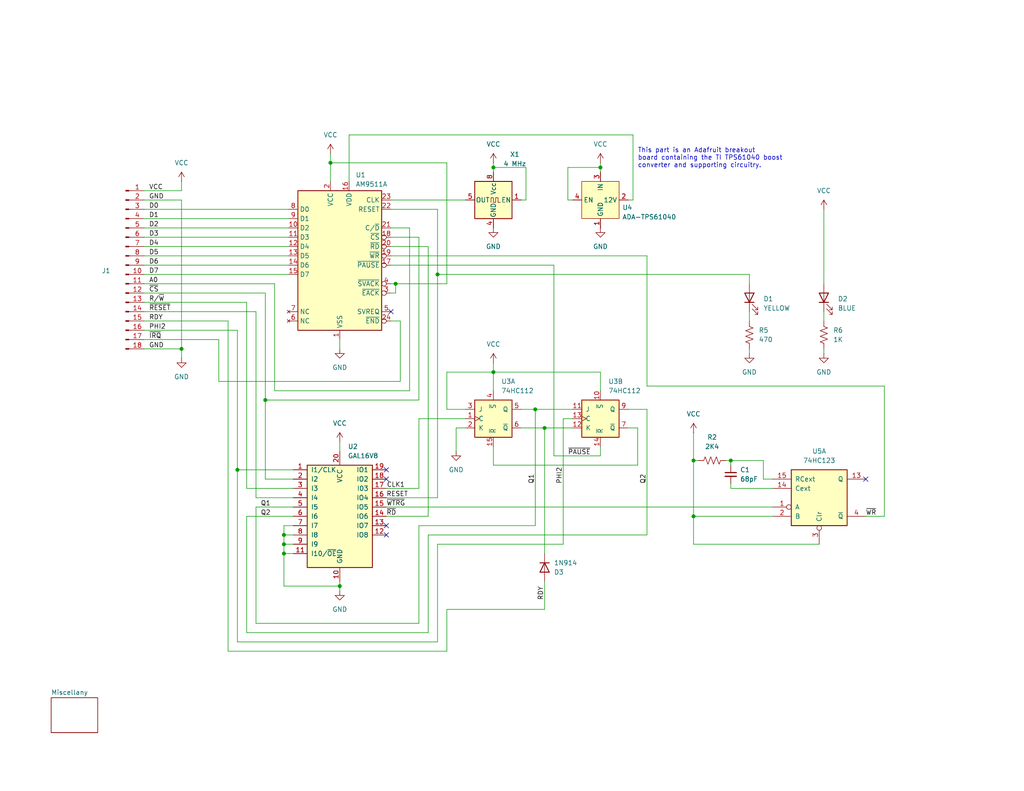
<source format=kicad_sch>
(kicad_sch (version 20250114) (generator "eeschema") (generator_version "9.0")
  (paper "USLetter")
  (title_block (title "AM9511 Interface for 65C09") (date "2024-12-31"))
  (lib_symbols
    (symbol "74xx:74HC123" (pin_names (offset 1.016))
      (property "Reference" "U" (at -7.62 8.89 0))
      (property "Value" "74HC123" (at -7.62 -8.89 0))
      (symbol "74HC123_1_0"
        (pin input line (at -12.7 5.08 0) (length 5.08) (name "RCext") (number "15"))
        (pin input line (at -12.7 2.54 0) (length 5.08) (name "Cext") (number "14"))
        (pin input inverted (at -12.7 -2.54 0) (length 5.08) (name "A") (number "1"))
        (pin input line (at -12.7 -5.08 0) (length 5.08) (name "B") (number "2"))
        (pin input inverted (at 0 -12.7 90) (length 5.08) (name "Clr") (number "3"))
        (pin output line (at 12.7 5.08 180) (length 5.08) (name "Q") (number "13"))
        (pin output line (at 12.7 -5.08 180) (length 5.08) (name "~{Q}") (number "4"))
      )
      (symbol "74HC123_1_1"
        (rectangle (start -7.62 7.62) (end 7.62 -7.62) (stroke (width 0.254)) (fill (type background)))
      )
      (symbol "74HC123_2_0"
        (pin input line (at -12.7 5.08 0) (length 5.08) (name "RCext") (number "7"))
        (pin input line (at -12.7 2.54 0) (length 5.08) (name "Cext") (number "6"))
        (pin input inverted (at -12.7 -2.54 0) (length 5.08) (name "A") (number "9"))
        (pin input line (at -12.7 -5.08 0) (length 5.08) (name "B") (number "10"))
        (pin input inverted (at 0 -12.7 90) (length 5.08) (name "Clr") (number "11"))
        (pin output line (at 12.7 5.08 180) (length 5.08) (name "Q") (number "5"))
        (pin output line (at 12.7 -5.08 180) (length 5.08) (name "~{Q}") (number "12"))
      )
      (symbol "74HC123_2_1"
        (rectangle (start -7.62 7.62) (end 7.62 -7.62) (stroke (width 0.254)) (fill (type background)))
      )
      (symbol "74HC123_3_0"
        (pin power_in line (at 0 12.7 270) (length 5.08) (name "VCC") (number "16"))
        (pin power_in line (at 0 -12.7 90) (length 5.08) (name "GND") (number "8"))
      )
      (symbol "74HC123_3_1"
        (rectangle (start -5.08 7.62) (end 5.08 -7.62) (stroke (width 0.254)) (fill (type background)))
      )
    )
    (symbol "Connector:Conn_01x18_Pin" (pin_names (offset 1.016) (hide yes))
      (property "Reference" "J" (at 0 22.86 0))
      (property "Value" "Conn_01x18_Pin" (at 0 -25.4 0))
      (symbol "Conn_01x18_Pin_1_1"
        (rectangle (start 0.8636 20.447) (end 0 20.193) (stroke (width 0.1524)) (fill (type outline)))
        (rectangle (start 0.8636 17.907) (end 0 17.653) (stroke (width 0.1524)) (fill (type outline)))
        (rectangle (start 0.8636 15.367) (end 0 15.113) (stroke (width 0.1524)) (fill (type outline)))
        (rectangle (start 0.8636 12.827) (end 0 12.573) (stroke (width 0.1524)) (fill (type outline)))
        (rectangle (start 0.8636 10.287) (end 0 10.033) (stroke (width 0.1524)) (fill (type outline)))
        (rectangle (start 0.8636 7.747) (end 0 7.493) (stroke (width 0.1524)) (fill (type outline)))
        (rectangle (start 0.8636 5.207) (end 0 4.953) (stroke (width 0.1524)) (fill (type outline)))
        (rectangle (start 0.8636 2.667) (end 0 2.413) (stroke (width 0.1524)) (fill (type outline)))
        (rectangle (start 0.8636 0.127) (end 0 -0.127) (stroke (width 0.1524)) (fill (type outline)))
        (rectangle (start 0.8636 -2.413) (end 0 -2.667) (stroke (width 0.1524)) (fill (type outline)))
        (rectangle (start 0.8636 -4.953) (end 0 -5.207) (stroke (width 0.1524)) (fill (type outline)))
        (rectangle (start 0.8636 -7.493) (end 0 -7.747) (stroke (width 0.1524)) (fill (type outline)))
        (rectangle (start 0.8636 -10.033) (end 0 -10.287) (stroke (width 0.1524)) (fill (type outline)))
        (rectangle (start 0.8636 -12.573) (end 0 -12.827) (stroke (width 0.1524)) (fill (type outline)))
        (rectangle (start 0.8636 -15.113) (end 0 -15.367) (stroke (width 0.1524)) (fill (type outline)))
        (rectangle (start 0.8636 -17.653) (end 0 -17.907) (stroke (width 0.1524)) (fill (type outline)))
        (rectangle (start 0.8636 -20.193) (end 0 -20.447) (stroke (width 0.1524)) (fill (type outline)))
        (rectangle (start 0.8636 -22.733) (end 0 -22.987) (stroke (width 0.1524)) (fill (type outline)))
        (polyline (pts (xy 1.27 20.32) (xy 0.8636 20.32)) (stroke (width 0.1524)))
        (polyline (pts (xy 1.27 17.78) (xy 0.8636 17.78)) (stroke (width 0.1524)))
        (polyline (pts (xy 1.27 15.24) (xy 0.8636 15.24)) (stroke (width 0.1524)))
        (polyline (pts (xy 1.27 12.7) (xy 0.8636 12.7)) (stroke (width 0.1524)))
        (polyline (pts (xy 1.27 10.16) (xy 0.8636 10.16)) (stroke (width 0.1524)))
        (polyline (pts (xy 1.27 7.62) (xy 0.8636 7.62)) (stroke (width 0.1524)))
        (polyline (pts (xy 1.27 5.08) (xy 0.8636 5.08)) (stroke (width 0.1524)))
        (polyline (pts (xy 1.27 2.54) (xy 0.8636 2.54)) (stroke (width 0.1524)))
        (polyline (pts (xy 1.27 0) (xy 0.8636 0)) (stroke (width 0.1524)))
        (polyline (pts (xy 1.27 -2.54) (xy 0.8636 -2.54)) (stroke (width 0.1524)))
        (polyline (pts (xy 1.27 -5.08) (xy 0.8636 -5.08)) (stroke (width 0.1524)))
        (polyline (pts (xy 1.27 -7.62) (xy 0.8636 -7.62)) (stroke (width 0.1524)))
        (polyline (pts (xy 1.27 -10.16) (xy 0.8636 -10.16)) (stroke (width 0.1524)))
        (polyline (pts (xy 1.27 -12.7) (xy 0.8636 -12.7)) (stroke (width 0.1524)))
        (polyline (pts (xy 1.27 -15.24) (xy 0.8636 -15.24)) (stroke (width 0.1524)))
        (polyline (pts (xy 1.27 -17.78) (xy 0.8636 -17.78)) (stroke (width 0.1524)))
        (polyline (pts (xy 1.27 -20.32) (xy 0.8636 -20.32)) (stroke (width 0.1524)))
        (polyline (pts (xy 1.27 -22.86) (xy 0.8636 -22.86)) (stroke (width 0.1524)))
        (pin passive line (at 5.08 20.32 180) (length 3.81) (name "Pin_1") (number "1"))
        (pin passive line (at 5.08 17.78 180) (length 3.81) (name "Pin_2") (number "2"))
        (pin passive line (at 5.08 15.24 180) (length 3.81) (name "Pin_3") (number "3"))
        (pin passive line (at 5.08 12.7 180) (length 3.81) (name "Pin_4") (number "4"))
        (pin passive line (at 5.08 10.16 180) (length 3.81) (name "Pin_5") (number "5"))
        (pin passive line (at 5.08 7.62 180) (length 3.81) (name "Pin_6") (number "6"))
        (pin passive line (at 5.08 5.08 180) (length 3.81) (name "Pin_7") (number "7"))
        (pin passive line (at 5.08 2.54 180) (length 3.81) (name "Pin_8") (number "8"))
        (pin passive line (at 5.08 0 180) (length 3.81) (name "Pin_9") (number "9"))
        (pin passive line (at 5.08 -2.54 180) (length 3.81) (name "Pin_10") (number "10"))
        (pin passive line (at 5.08 -5.08 180) (length 3.81) (name "Pin_11") (number "11"))
        (pin passive line (at 5.08 -7.62 180) (length 3.81) (name "Pin_12") (number "12"))
        (pin passive line (at 5.08 -10.16 180) (length 3.81) (name "Pin_13") (number "13"))
        (pin passive line (at 5.08 -12.7 180) (length 3.81) (name "Pin_14") (number "14"))
        (pin passive line (at 5.08 -15.24 180) (length 3.81) (name "Pin_15") (number "15"))
        (pin passive line (at 5.08 -17.78 180) (length 3.81) (name "Pin_16") (number "16"))
        (pin passive line (at 5.08 -20.32 180) (length 3.81) (name "Pin_17") (number "17"))
        (pin passive line (at 5.08 -22.86 180) (length 3.81) (name "Pin_18") (number "18"))
      )
    )
    (symbol "Device:C_Small" (pin_numbers (hide yes)) (pin_names (offset 0.254) (hide yes))
      (property "Reference" "C" (at 0.254 1.778 0))
      (property "Value" "C_Small" (at 0.254 -2.032 0))
      (symbol "C_Small_0_1"
        (polyline (pts (xy -1.524 0.508) (xy 1.524 0.508)) (stroke (width 0.3048)))
        (polyline (pts (xy -1.524 -0.508) (xy 1.524 -0.508)) (stroke (width 0.3302)))
      )
      (symbol "C_Small_1_1"
        (pin passive line (at 0 2.54 270) (length 2.032) (name "~") (number "1"))
        (pin passive line (at 0 -2.54 90) (length 2.032) (name "~") (number "2"))
      )
    )
    (symbol "Device:LED" (pin_numbers (hide yes)) (pin_names (offset 1.016) (hide yes))
      (property "Reference" "D" (at 0 2.54 0))
      (property "Value" "LED" (at 0 -2.54 0))
      (symbol "LED_0_1"
        (polyline (pts (xy -3.048 -0.762) (xy -4.572 -2.286) (xy -3.81 -2.286) (xy -4.572 -2.286) (xy -4.572 -1.524)))
        (polyline (pts (xy -1.778 -0.762) (xy -3.302 -2.286) (xy -2.54 -2.286) (xy -3.302 -2.286) (xy -3.302 -1.524)))
        (polyline (pts (xy -1.27 0) (xy 1.27 0)))
        (polyline (pts (xy -1.27 -1.27) (xy -1.27 1.27)) (stroke (width 0.254)))
        (polyline (pts (xy 1.27 -1.27) (xy 1.27 1.27) (xy -1.27 0) (xy 1.27 -1.27)) (stroke (width 0.254)))
      )
      (symbol "LED_1_1"
        (pin passive line (at -3.81 0 0) (length 2.54) (name "K") (number "1"))
        (pin passive line (at 3.81 0 180) (length 2.54) (name "A") (number "2"))
      )
    )
    (symbol "Device:R_US" (pin_numbers (hide yes)) (pin_names (offset 0))
      (property "Reference" "R" (at 2.54 0 90))
      (property "Value" "R_US" (at -2.54 0 90))
      (symbol "R_US_0_1"
        (polyline (pts (xy 0 2.286) (xy 0 2.54)))
        (polyline (pts (xy 0 2.286) (xy 1.016 1.905) (xy 0 1.524) (xy -1.016 1.143) (xy 0 0.762)))
        (polyline (pts (xy 0 0.762) (xy 1.016 0.381) (xy 0 0) (xy -1.016 -0.381) (xy 0 -0.762)))
        (polyline (pts (xy 0 -0.762) (xy 1.016 -1.143) (xy 0 -1.524) (xy -1.016 -1.905) (xy 0 -2.286)))
        (polyline (pts (xy 0 -2.286) (xy 0 -2.54)))
      )
      (symbol "R_US_1_1"
        (pin passive line (at 0 3.81 270) (length 1.27) (name "~") (number "1"))
        (pin passive line (at 0 -3.81 90) (length 1.27) (name "~") (number "2"))
      )
    )
    (symbol "Diode:1N914" (pin_numbers (hide yes)) (pin_names (hide yes))
      (property "Reference" "D" (at 0 2.54 0))
      (property "Value" "1N914" (at 0 -2.54 0))
      (symbol "1N914_0_1"
        (polyline (pts (xy -1.27 1.27) (xy -1.27 -1.27)) (stroke (width 0.254)))
        (polyline (pts (xy 1.27 1.27) (xy 1.27 -1.27) (xy -1.27 0) (xy 1.27 1.27)) (stroke (width 0.254)))
        (polyline (pts (xy 1.27 0) (xy -1.27 0)))
      )
      (symbol "1N914_1_1"
        (pin passive line (at -3.81 0 0) (length 2.54) (name "K") (number "1"))
        (pin passive line (at 3.81 0 180) (length 2.54) (name "A") (number "2"))
      )
    )
    (symbol "Logic_Programmable:GAL16V8" (pin_names (offset 1.016))
      (property "Reference" "U" (at -8.89 16.51 0))
      (property "Value" "GAL16V8" (at 1.27 16.51 0))
      (symbol "GAL16V8_0_0"
        (pin power_in line (at 0 17.78 270) (length 3.81) (name "VCC") (number "20"))
        (pin power_in line (at 0 -17.78 90) (length 3.81) (name "GND") (number "10"))
      )
      (symbol "GAL16V8_0_1"
        (rectangle (start -8.89 13.97) (end 8.89 -13.97) (stroke (width 0.254)) (fill (type background)))
      )
      (symbol "GAL16V8_1_1"
        (pin input line (at -12.7 12.7 0) (length 3.81) (name "I1/CLK") (number "1"))
        (pin input line (at -12.7 10.16 0) (length 3.81) (name "I2") (number "2"))
        (pin input line (at -12.7 7.62 0) (length 3.81) (name "I3") (number "3"))
        (pin input line (at -12.7 5.08 0) (length 3.81) (name "I4") (number "4"))
        (pin input line (at -12.7 2.54 0) (length 3.81) (name "I5") (number "5"))
        (pin input line (at -12.7 0 0) (length 3.81) (name "I6") (number "6"))
        (pin input line (at -12.7 -2.54 0) (length 3.81) (name "I7") (number "7"))
        (pin input line (at -12.7 -5.08 0) (length 3.81) (name "I8") (number "8"))
        (pin input line (at -12.7 -7.62 0) (length 3.81) (name "I9") (number "9"))
        (pin input line (at -12.7 -10.16 0) (length 3.81) (name "I10/~{OE}") (number "11"))
        (pin tri_state line (at 12.7 12.7 180) (length 3.81) (name "IO1") (number "19"))
        (pin tri_state line (at 12.7 10.16 180) (length 3.81) (name "IO2") (number "18"))
        (pin tri_state line (at 12.7 7.62 180) (length 3.81) (name "I03") (number "17"))
        (pin tri_state line (at 12.7 5.08 180) (length 3.81) (name "IO4") (number "16"))
        (pin tri_state line (at 12.7 2.54 180) (length 3.81) (name "IO5") (number "15"))
        (pin tri_state line (at 12.7 0 180) (length 3.81) (name "IO6") (number "14"))
        (pin tri_state line (at 12.7 -2.54 180) (length 3.81) (name "IO7") (number "13"))
        (pin tri_state line (at 12.7 -5.08 180) (length 3.81) (name "IO8") (number "12"))
      )
    )
    (symbol "Oscillator:CXO_DIP8" (pin_names (offset 0.254))
      (property "Reference" "Y" (at -5.08 6.35 0))
      (property "Value" "CXO_DIP8" (at 1.27 -6.35 0))
      (symbol "CXO_DIP8_0_1"
        (rectangle (start -5.08 5.08) (end 5.08 -5.08) (stroke (width 0.254)) (fill (type background)))
        (polyline (pts (xy -1.905 -0.635) (xy -1.27 -0.635) (xy -1.27 0.635) (xy -0.635 0.635) (xy -0.635 -0.635) (xy 0 -0.635) (xy 0 0.635) (xy 0.635 0.635) (xy 0.635 -0.635)))
      )
      (symbol "CXO_DIP8_1_1"
        (pin input line (at -7.62 0 0) (length 2.54) (name "EN") (number "1"))
        (pin power_in line (at 0 7.62 270) (length 2.54) (name "Vcc") (number "8"))
        (pin power_in line (at 0 -7.62 90) (length 2.54) (name "GND") (number "4"))
        (pin output line (at 7.62 0 180) (length 2.54) (name "OUT") (number "5"))
      )
    )
    (symbol "local:74HC112" (pin_names (offset 1.016))
      (property "Reference" "U" (at -7.62 8.89 0))
      (property "Value" "74HC112" (at -7.62 -8.89 0))
      (symbol "74HC112_1_0"
        (pin input line (at -7.62 2.54 0) (length 2.54) (name "J") (number "3"))
        (pin input clock (at -7.62 0 0) (length 2.54) (name "C") (number "1"))
        (pin input line (at -7.62 -2.54 0) (length 2.54) (name "K") (number "2"))
        (pin input line (at 0 7.62 270) (length 2.54) (name "~{S}") (number "4"))
        (pin input line (at 0 -7.62 90) (length 2.54) (name "~{R}") (number "15"))
        (pin output line (at 7.62 2.54 180) (length 2.54) (name "Q") (number "5"))
        (pin output line (at 7.62 -2.54 180) (length 2.54) (name "~{Q}") (number "6"))
      )
      (symbol "74HC112_1_1"
        (rectangle (start -5.08 5.08) (end 5.08 -5.08) (stroke (width 0.254)) (fill (type background)))
      )
      (symbol "74HC112_2_0"
        (pin input line (at -7.62 2.54 0) (length 2.54) (name "J") (number "11"))
        (pin input clock (at -7.62 0 0) (length 2.54) (name "C") (number "13"))
        (pin input line (at -7.62 -2.54 0) (length 2.54) (name "K") (number "12"))
        (pin input line (at 0 7.62 270) (length 2.54) (name "~{S}") (number "10"))
        (pin input line (at 0 -7.62 90) (length 2.54) (name "~{R}") (number "14"))
        (pin output line (at 7.62 2.54 180) (length 2.54) (name "Q") (number "9"))
        (pin output line (at 7.62 -2.54 180) (length 2.54) (name "~{Q}") (number "7"))
      )
      (symbol "74HC112_2_1"
        (rectangle (start -5.08 5.08) (end 5.08 -5.08) (stroke (width 0.254)) (fill (type background)))
      )
      (symbol "74HC112_3_0"
        (pin power_in line (at 0 10.16 270) (length 2.54) (name "VCC") (number "16"))
        (pin power_in line (at 0 -10.16 90) (length 2.54) (name "GND") (number "8"))
      )
      (symbol "74HC112_3_1"
        (rectangle (start -5.08 7.62) (end 5.08 -7.62) (stroke (width 0.254)) (fill (type background)))
      )
    )
    (symbol "local:ADA-TPS61040"
      (property "Reference" "U" (at 1.778 8.636 0))
      (property "Value" "ADA-TPS61040" (at 8.382 6.604 0))
      (symbol "ADA-TPS61040_0_0"
        (pin input line (at -7.62 0 0) (length 2.54) (name "EN") (number "4"))
        (pin power_in line (at 0 7.62 270) (length 2.54) (name "IN") (number "3"))
        (pin power_in line (at 0 -7.62 90) (length 2.54) (name "GND") (number "1"))
        (pin power_out line (at 7.62 0 180) (length 2.54) (name "12V") (number "2"))
      )
      (symbol "ADA-TPS61040_0_1"
        (rectangle (start -5.08 5.08) (end 5.08 -5.08) (fill (type background)))
      )
    )
    (symbol "local:AM9511"
      (property "Reference" "U" (at -7.62 20.32 0))
      (property "Value" "AM9511" (at 4.572 20.574 0))
      (symbol "AM9511_1_1"
        (rectangle (start -11.43 19.05) (end 11.43 -19.05) (stroke (width 0.254)) (fill (type background)))
        (pin tri_state line (at -13.97 13.97 0) (length 2.54) (name "D0") (number "8"))
        (pin tri_state line (at -13.97 11.43 0) (length 2.54) (name "D1") (number "9"))
        (pin tri_state line (at -13.97 8.89 0) (length 2.54) (name "D2") (number "10"))
        (pin tri_state line (at -13.97 6.35 0) (length 2.54) (name "D3") (number "11"))
        (pin tri_state line (at -13.97 3.81 0) (length 2.54) (name "D4") (number "12"))
        (pin tri_state line (at -13.97 1.27 0) (length 2.54) (name "D5") (number "13"))
        (pin tri_state line (at -13.97 -1.27 0) (length 2.54) (name "D6") (number "14"))
        (pin tri_state line (at -13.97 -3.81 0) (length 2.54) (name "D7") (number "15"))
        (pin no_connect line (at -13.97 -13.97 0) (length 2.54) (name "NC") (number "7"))
        (pin no_connect line (at -13.97 -16.51 0) (length 2.54) (name "NC") (number "6"))
        (pin power_in line (at -2.54 21.59 270) (length 2.54) (name "VCC") (number "2"))
        (pin power_in line (at 0 -21.59 90) (length 2.54) (name "VSS") (number "1"))
        (pin power_in line (at 2.54 21.59 270) (length 2.54) (name "VDD") (number "16"))
        (pin input line (at 13.97 16.51 180) (length 2.54) (name "CLK") (number "23"))
        (pin input line (at 13.97 13.97 180) (length 2.54) (name "RESET") (number "22"))
        (pin input line (at 13.97 8.89 180) (length 2.54) (name "C/~{D}") (number "21"))
        (pin input inverted (at 13.97 6.35 180) (length 2.54) (name "~{CS}") (number "18"))
        (pin input inverted (at 13.97 3.81 180) (length 2.54) (name "~{RD}") (number "20"))
        (pin input inverted (at 13.97 1.27 180) (length 2.54) (name "~{WR}") (number "19"))
        (pin output inverted (at 13.97 -1.27 180) (length 2.54) (name "~{PAUSE}") (number "17"))
        (pin input inverted (at 13.97 -6.35 180) (length 2.54) (name "~{SVACK}") (number "4"))
        (pin input inverted (at 13.97 -8.89 180) (length 2.54) (name "~{EACK}") (number "3"))
        (pin output line (at 13.97 -13.97 180) (length 2.54) (name "SVREQ") (number "5"))
        (pin output inverted (at 13.97 -16.51 180) (length 2.54) (name "~{END}") (number "24"))
      )
    )
    (symbol "power:GND" (power) (pin_numbers (hide yes)) (pin_names (offset 0) (hide yes))
      (property "Value" "GND" (at 0 -3.81 0))
      (symbol "GND_0_1"
        (polyline (pts (xy 0 0) (xy 0 -1.27) (xy 1.27 -1.27) (xy 0 -2.54) (xy -1.27 -1.27) (xy 0 -1.27)))
      )
      (symbol "GND_1_1"
        (pin power_in line (at 0 0 270) (length 0) (name "~") (number "1"))
      )
    )
    (symbol "power:VCC" (power) (pin_numbers (hide yes)) (pin_names (offset 0) (hide yes))
      (property "Value" "VCC" (at 0 3.556 0))
      (symbol "VCC_0_1"
        (polyline (pts (xy -0.762 1.27) (xy 0 2.54)))
        (polyline (pts (xy 0 2.54) (xy 0.762 1.27)))
        (polyline (pts (xy 0 0) (xy 0 2.54)))
      )
      (symbol "VCC_1_1"
        (pin power_in line (at 0 0 90) (length 0) (name "~") (number "1"))
      )
    )
  )
  (text "This part is an Adafruit breakout \nboard containing the TI TPS61040 boost \nconverter and supporting circuitry." (at 173.99 43.18 0) (effects (font (size 1.27 1.27)) (justify left)))
  (junction (at 107.95 77.47))
  (junction (at 148.59 116.84))
  (junction (at 134.62 101.6))
  (junction (at 199.39 125.73))
  (junction (at 92.71 160.02))
  (junction (at 77.47 146.05))
  (junction (at 119.38 74.93))
  (junction (at 146.05 111.76))
  (junction (at 77.47 151.13))
  (junction (at 77.47 148.59))
  (junction (at 49.53 95.25))
  (junction (at 189.23 125.73))
  (junction (at 64.77 128.27))
  (junction (at 90.17 44.45))
  (junction (at 163.83 45.72))
  (junction (at 189.23 140.97))
  (junction (at 134.62 45.72))
  (junction (at 72.39 109.22))
  (no_connect (at 105.41 143.51))
  (no_connect (at 236.22 130.81))
  (no_connect (at 105.41 146.05))
  (no_connect (at 105.41 130.81))
  (no_connect (at 105.41 128.27))
  (no_connect (at 106.68 85.09))
  (wire (pts (xy 64.77 90.17) (xy 64.77 128.27)))
  (wire (pts (xy 106.68 62.23) (xy 111.76 62.23)))
  (wire (pts (xy 163.83 44.45) (xy 163.83 45.72)))
  (wire (pts (xy 39.37 74.93) (xy 78.74 74.93)))
  (wire (pts (xy 119.38 74.93) (xy 119.38 135.89)))
  (wire (pts (xy 204.47 95.25) (xy 204.47 96.52)))
  (wire (pts (xy 72.39 109.22) (xy 72.39 130.81)))
  (wire (pts (xy 171.45 116.84) (xy 173.99 116.84)))
  (wire (pts (xy 199.39 125.73) (xy 208.28 125.73)))
  (wire (pts (xy 163.83 101.6) (xy 163.83 106.68)))
  (wire (pts (xy 39.37 64.77) (xy 78.74 64.77)))
  (wire (pts (xy 189.23 140.97) (xy 189.23 148.59)))
  (wire (pts (xy 154.94 45.72) (xy 154.94 54.61)))
  (wire (pts (xy 142.24 111.76) (xy 146.05 111.76)))
  (wire (pts (xy 39.37 85.09) (xy 69.85 85.09)))
  (wire (pts (xy 114.3 170.18) (xy 114.3 143.51)))
  (wire (pts (xy 72.39 109.22) (xy 72.39 80.01)))
  (wire (pts (xy 121.92 77.47) (xy 121.92 44.45)))
  (wire (pts (xy 148.59 116.84) (xy 156.21 116.84)))
  (wire (pts (xy 64.77 128.27) (xy 80.01 128.27)))
  (wire (pts (xy 124.46 116.84) (xy 124.46 123.19)))
  (wire (pts (xy 114.3 133.35) (xy 114.3 114.3)))
  (wire (pts (xy 105.41 138.43) (xy 210.82 138.43)))
  (wire (pts (xy 49.53 52.07) (xy 39.37 52.07)))
  (wire (pts (xy 59.69 104.14) (xy 109.22 104.14)))
  (wire (pts (xy 151.13 124.46) (xy 151.13 72.39)))
  (wire (pts (xy 39.37 80.01) (xy 72.39 80.01)))
  (wire (pts (xy 189.23 125.73) (xy 189.23 140.97)))
  (wire (pts (xy 74.93 106.68) (xy 111.76 106.68)))
  (wire (pts (xy 106.68 64.77) (xy 114.3 64.77)))
  (wire (pts (xy 119.38 74.93) (xy 204.47 74.93)))
  (wire (pts (xy 119.38 148.59) (xy 153.67 148.59)))
  (wire (pts (xy 106.68 77.47) (xy 107.95 77.47)))
  (wire (pts (xy 204.47 85.09) (xy 204.47 87.63)))
  (wire (pts (xy 39.37 82.55) (xy 67.31 82.55)))
  (wire (pts (xy 77.47 151.13) (xy 77.47 160.02)))
  (wire (pts (xy 198.12 125.73) (xy 199.39 125.73)))
  (wire (pts (xy 92.71 120.65) (xy 92.71 123.19)))
  (wire (pts (xy 199.39 133.35) (xy 210.82 133.35)))
  (wire (pts (xy 49.53 95.25) (xy 49.53 97.79)))
  (wire (pts (xy 189.23 125.73) (xy 190.5 125.73)))
  (wire (pts (xy 69.85 85.09) (xy 69.85 135.89)))
  (wire (pts (xy 163.83 45.72) (xy 154.94 45.72)))
  (wire (pts (xy 106.68 54.61) (xy 127 54.61)))
  (wire (pts (xy 114.3 170.18) (xy 69.85 170.18)))
  (wire (pts (xy 80.01 151.13) (xy 77.47 151.13)))
  (wire (pts (xy 92.71 92.71) (xy 92.71 95.25)))
  (wire (pts (xy 67.31 133.35) (xy 80.01 133.35)))
  (wire (pts (xy 146.05 111.76) (xy 156.21 111.76)))
  (wire (pts (xy 39.37 92.71) (xy 59.69 92.71)))
  (wire (pts (xy 69.85 138.43) (xy 80.01 138.43)))
  (wire (pts (xy 69.85 138.43) (xy 69.85 170.18)))
  (wire (pts (xy 92.71 158.75) (xy 92.71 160.02)))
  (wire (pts (xy 67.31 82.55) (xy 67.31 133.35)))
  (wire (pts (xy 241.3 105.41) (xy 176.53 105.41)))
  (wire (pts (xy 121.92 101.6) (xy 134.62 101.6)))
  (wire (pts (xy 148.59 158.75) (xy 148.59 166.37)))
  (wire (pts (xy 114.3 114.3) (xy 127 114.3)))
  (wire (pts (xy 106.68 72.39) (xy 151.13 72.39)))
  (wire (pts (xy 241.3 140.97) (xy 241.3 105.41)))
  (wire (pts (xy 119.38 148.59) (xy 119.38 175.26)))
  (wire (pts (xy 119.38 57.15) (xy 119.38 74.93)))
  (wire (pts (xy 106.68 87.63) (xy 109.22 87.63)))
  (wire (pts (xy 105.41 133.35) (xy 114.3 133.35)))
  (wire (pts (xy 109.22 87.63) (xy 109.22 104.14)))
  (wire (pts (xy 39.37 77.47) (xy 74.93 77.47)))
  (wire (pts (xy 156.21 114.3) (xy 153.67 114.3)))
  (wire (pts (xy 59.69 92.71) (xy 59.69 104.14)))
  (wire (pts (xy 39.37 57.15) (xy 78.74 57.15)))
  (wire (pts (xy 142.24 116.84) (xy 148.59 116.84)))
  (wire (pts (xy 236.22 140.97) (xy 241.3 140.97)))
  (wire (pts (xy 134.62 101.6) (xy 163.83 101.6)))
  (wire (pts (xy 49.53 49.53) (xy 49.53 52.07)))
  (wire (pts (xy 153.67 114.3) (xy 153.67 148.59)))
  (wire (pts (xy 189.23 148.59) (xy 223.52 148.59)))
  (wire (pts (xy 151.13 124.46) (xy 163.83 124.46)))
  (wire (pts (xy 127 111.76) (xy 121.92 111.76)))
  (wire (pts (xy 171.45 111.76) (xy 176.53 111.76)))
  (wire (pts (xy 111.76 62.23) (xy 111.76 106.68)))
  (wire (pts (xy 154.94 54.61) (xy 156.21 54.61)))
  (wire (pts (xy 39.37 62.23) (xy 78.74 62.23)))
  (wire (pts (xy 127 116.84) (xy 124.46 116.84)))
  (wire (pts (xy 39.37 87.63) (xy 62.23 87.63)))
  (wire (pts (xy 134.62 44.45) (xy 134.62 45.72)))
  (wire (pts (xy 69.85 135.89) (xy 80.01 135.89)))
  (wire (pts (xy 107.95 80.01) (xy 107.95 77.47)))
  (wire (pts (xy 107.95 77.47) (xy 121.92 77.47)))
  (wire (pts (xy 106.68 80.01) (xy 107.95 80.01)))
  (wire (pts (xy 92.71 161.29) (xy 92.71 160.02)))
  (wire (pts (xy 116.84 172.72) (xy 67.31 172.72)))
  (wire (pts (xy 121.92 44.45) (xy 90.17 44.45)))
  (wire (pts (xy 171.45 54.61) (xy 172.72 54.61)))
  (wire (pts (xy 77.47 146.05) (xy 80.01 146.05)))
  (wire (pts (xy 64.77 128.27) (xy 64.77 175.26)))
  (wire (pts (xy 39.37 69.85) (xy 78.74 69.85)))
  (wire (pts (xy 146.05 111.76) (xy 146.05 143.51)))
  (wire (pts (xy 80.01 130.81) (xy 72.39 130.81)))
  (wire (pts (xy 134.62 99.06) (xy 134.62 101.6)))
  (wire (pts (xy 121.92 111.76) (xy 121.92 101.6)))
  (wire (pts (xy 106.68 57.15) (xy 119.38 57.15)))
  (wire (pts (xy 39.37 95.25) (xy 49.53 95.25)))
  (wire (pts (xy 173.99 127) (xy 134.62 127)))
  (wire (pts (xy 116.84 172.72) (xy 116.84 146.05)))
  (wire (pts (xy 95.25 36.83) (xy 172.72 36.83)))
  (wire (pts (xy 114.3 64.77) (xy 114.3 109.22)))
  (wire (pts (xy 173.99 116.84) (xy 173.99 127)))
  (wire (pts (xy 105.41 140.97) (xy 116.84 140.97)))
  (wire (pts (xy 148.59 166.37) (xy 121.92 166.37)))
  (wire (pts (xy 224.79 57.15) (xy 224.79 77.47)))
  (wire (pts (xy 176.53 69.85) (xy 176.53 105.41)))
  (wire (pts (xy 90.17 44.45) (xy 90.17 49.53)))
  (wire (pts (xy 77.47 160.02) (xy 92.71 160.02)))
  (wire (pts (xy 189.23 140.97) (xy 210.82 140.97)))
  (wire (pts (xy 224.79 95.25) (xy 224.79 96.52)))
  (wire (pts (xy 77.47 148.59) (xy 80.01 148.59)))
  (wire (pts (xy 163.83 124.46) (xy 163.83 121.92)))
  (wire (pts (xy 39.37 90.17) (xy 64.77 90.17)))
  (wire (pts (xy 199.39 133.35) (xy 199.39 132.08)))
  (wire (pts (xy 189.23 118.11) (xy 189.23 125.73)))
  (wire (pts (xy 49.53 54.61) (xy 49.53 95.25)))
  (wire (pts (xy 64.77 175.26) (xy 119.38 175.26)))
  (wire (pts (xy 208.28 130.81) (xy 210.82 130.81)))
  (wire (pts (xy 39.37 67.31) (xy 78.74 67.31)))
  (wire (pts (xy 77.47 146.05) (xy 77.47 148.59)))
  (wire (pts (xy 74.93 106.68) (xy 74.93 77.47)))
  (wire (pts (xy 67.31 140.97) (xy 80.01 140.97)))
  (wire (pts (xy 143.51 45.72) (xy 143.51 54.61)))
  (wire (pts (xy 39.37 54.61) (xy 49.53 54.61)))
  (wire (pts (xy 143.51 54.61) (xy 142.24 54.61)))
  (wire (pts (xy 148.59 116.84) (xy 148.59 151.13)))
  (wire (pts (xy 106.68 69.85) (xy 176.53 69.85)))
  (wire (pts (xy 208.28 130.81) (xy 208.28 125.73)))
  (wire (pts (xy 106.68 67.31) (xy 116.84 67.31)))
  (wire (pts (xy 116.84 146.05) (xy 176.53 146.05)))
  (wire (pts (xy 121.92 177.8) (xy 62.23 177.8)))
  (wire (pts (xy 90.17 41.91) (xy 90.17 44.45)))
  (wire (pts (xy 134.62 101.6) (xy 134.62 106.68)))
  (wire (pts (xy 172.72 54.61) (xy 172.72 36.83)))
  (wire (pts (xy 134.62 45.72) (xy 134.62 46.99)))
  (wire (pts (xy 204.47 74.93) (xy 204.47 77.47)))
  (wire (pts (xy 134.62 45.72) (xy 143.51 45.72)))
  (wire (pts (xy 114.3 143.51) (xy 146.05 143.51)))
  (wire (pts (xy 39.37 72.39) (xy 78.74 72.39)))
  (wire (pts (xy 121.92 166.37) (xy 121.92 177.8)))
  (wire (pts (xy 176.53 111.76) (xy 176.53 146.05)))
  (wire (pts (xy 67.31 140.97) (xy 67.31 172.72)))
  (wire (pts (xy 105.41 135.89) (xy 119.38 135.89)))
  (wire (pts (xy 114.3 109.22) (xy 72.39 109.22)))
  (wire (pts (xy 134.62 127) (xy 134.62 121.92)))
  (wire (pts (xy 199.39 125.73) (xy 199.39 127)))
  (wire (pts (xy 39.37 59.69) (xy 78.74 59.69)))
  (wire (pts (xy 80.01 143.51) (xy 77.47 143.51)))
  (wire (pts (xy 163.83 45.72) (xy 163.83 46.99)))
  (wire (pts (xy 95.25 36.83) (xy 95.25 49.53)))
  (wire (pts (xy 224.79 85.09) (xy 224.79 87.63)))
  (wire (pts (xy 77.47 143.51) (xy 77.47 146.05)))
  (wire (pts (xy 77.47 148.59) (xy 77.47 151.13)))
  (wire (pts (xy 62.23 87.63) (xy 62.23 177.8)))
  (wire (pts (xy 116.84 140.97) (xy 116.84 67.31)))
  (label "D7" (at 40.64 74.93 0))
  (label "Q1" (at 71.12 138.43 0))
  (label "RDY" (at 148.59 163.83 90))
  (label "~{PAUSE}" (at 154.94 124.46 0))
  (label "~{RD}" (at 105.41 140.97 0))
  (label "D0" (at 40.64 57.15 0))
  (label "~{WTRG}" (at 105.41 138.43 0))
  (label "Q2" (at 71.12 140.97 0))
  (label "~{IRQ}" (at 40.64 92.71 0))
  (label "~{RESET}" (at 40.64 85.09 0))
  (label "RDY" (at 40.64 87.63 0))
  (label "PHI2" (at 153.67 132.08 90))
  (label "A0" (at 40.64 77.47 0))
  (label "Q2" (at 176.53 132.08 90))
  (label "D5" (at 40.64 69.85 0))
  (label "R{slash}~{W}" (at 40.64 82.55 0))
  (label "~{WR}" (at 236.22 140.97 0))
  (label "D4" (at 40.64 67.31 0))
  (label "Q1" (at 146.05 132.08 90))
  (label "D1" (at 40.64 59.69 0))
  (label "GND" (at 40.64 54.61 0))
  (label "D2" (at 40.64 62.23 0))
  (label "RESET" (at 105.41 135.89 0))
  (label "CLK1" (at 110.49 133.35 180))
  (label "VCC" (at 40.64 52.07 0))
  (label "PHI2" (at 40.64 90.17 0))
  (label "D6" (at 40.64 72.39 0))
  (label "GND" (at 40.64 95.25 0))
  (label "D3" (at 40.64 64.77 0))
  (label "~{CS}" (at 40.64 80.01 0))
  (symbol (lib_id "Device:R_US") (at 204.47 91.44 0) (unit 1)
    (property "Reference" "R5" (at 207.01 90.1699 0) (effects (justify left)))
    (property "Value" "470" (at 207.01 92.7099 0) (effects (justify left)))
    (property "Footprint" "Resistor_THT:R_Axial_DIN0207_L6.3mm_D2.5mm_P7.62mm_Horizontal" (effects (hide yes)))
    (property "Description" "Resistor, US symbol" (effects (hide yes)))
  )
  (symbol (lib_id "power:GND") (at 49.53 97.79 0) (unit 1)
    (property "Reference" "#PWR02" (effects (hide yes)))
    (property "Value" "GND" (at 49.53 102.87 0))
    (property "Description" "Power symbol creates a global label with name \"GND\" , ground" (effects (hide yes)))
  )
  (symbol (lib_id "power:VCC") (at 49.53 49.53 0) (unit 1)
    (property "Reference" "#PWR01" (effects (hide yes)))
    (property "Value" "VCC" (at 49.53 44.45 0))
    (property "Description" "Power symbol creates a global label with name \"VCC\"" (effects (hide yes)))
  )
  (symbol (lib_id "power:VCC") (at 92.71 120.65 0) (unit 1)
    (property "Reference" "#PWR05" (effects (hide yes)))
    (property "Value" "VCC" (at 92.71 115.57 0))
    (property "Description" "Power symbol creates a global label with name \"VCC\"" (effects (hide yes)))
  )
  (symbol (lib_id "Device:R_US") (at 194.31 125.73 90) (unit 1)
    (property "Reference" "R2" (at 194.31 119.38 90))
    (property "Value" "2K4" (at 194.31 121.92 90))
    (property "Footprint" "Resistor_THT:R_Axial_DIN0207_L6.3mm_D2.5mm_P7.62mm_Horizontal" (effects (hide yes)))
    (property "Description" "Resistor, US symbol" (effects (hide yes)))
  )
  (symbol (lib_id "power:GND") (at 124.46 123.19 0) (unit 1)
    (property "Reference" "#PWR07" (effects (hide yes)))
    (property "Value" "GND" (at 124.46 128.27 0))
    (property "Description" "Power symbol creates a global label with name \"GND\" , ground" (effects (hide yes)))
  )
  (symbol (lib_id "Logic_Programmable:GAL16V8") (at 92.71 140.97 0) (unit 1)
    (property "Reference" "U2" (at 94.9041 121.92 0) (effects (justify left)))
    (property "Value" "GAL16V8" (at 94.9041 124.46 0) (effects (justify left)))
    (property "Footprint" "Package_DIP:DIP-20_W7.62mm_Socket" (effects (hide yes)))
    (property "Description" "Programmable Logic Array, DIP-20/SOIC-20/PLCC-20" (effects (hide yes)))
  )
  (symbol (lib_id "power:GND") (at 204.47 96.52 0) (unit 1)
    (property "Reference" "#PWR025" (effects (hide yes)))
    (property "Value" "GND" (at 204.47 101.6 0))
    (property "Description" "Power symbol creates a global label with name \"GND\" , ground" (effects (hide yes)))
  )
  (symbol (lib_id "power:VCC") (at 90.17 41.91 0) (unit 1)
    (property "Reference" "#PWR03" (effects (hide yes)))
    (property "Value" "VCC" (at 90.17 36.83 0))
    (property "Description" "Power symbol creates a global label with name \"VCC\"" (effects (hide yes)))
  )
  (symbol (lib_id "local:ADA-TPS61040") (at 163.83 54.61 0) (unit 1)
    (property "Reference" "U4" (at 171.1822 56.6573 0))
    (property "Value" "ADA-TPS61040" (at 177.156 59.2406 0))
    (property "Footprint" "Local:ADA-TPS61040" (effects (hide yes)))
    (property "Datasheet" "https://www.adafruit.com/product/5644#technical-details" (effects (hide yes)))
    (property "Description" "Boost Converter" (effects (hide yes)))
  )
  (symbol (lib_id "power:VCC") (at 189.23 118.11 0) (unit 1)
    (property "Reference" "#PWR013" (effects (hide yes)))
    (property "Value" "VCC" (at 189.23 113.03 0))
    (property "Description" "Power symbol creates a global label with name \"VCC\"" (effects (hide yes)))
  )
  (symbol (lib_id "Device:C_Small") (at 199.39 129.54 0) (unit 1)
    (property "Reference" "C1" (at 201.93 128.2762 0) (effects (justify left)))
    (property "Value" "68pF" (at 201.93 130.8162 0) (effects (justify left)))
    (property "Footprint" "Capacitor_THT:C_Disc_D5.0mm_W2.5mm_P5.00mm" (effects (hide yes)))
    (property "Description" "Unpolarized capacitor, small symbol" (effects (hide yes)))
  )
  (symbol (lib_id "Device:R_US") (at 224.79 91.44 0) (unit 1)
    (property "Reference" "R6" (at 227.33 90.1699 0) (effects (justify left)))
    (property "Value" "1K" (at 227.33 92.7099 0) (effects (justify left)))
    (property "Footprint" "Resistor_THT:R_Axial_DIN0207_L6.3mm_D2.5mm_P7.62mm_Horizontal" (effects (hide yes)))
    (property "Description" "Resistor, US symbol" (effects (hide yes)))
  )
  (symbol (lib_id "power:VCC") (at 224.79 57.15 0) (unit 1)
    (property "Reference" "#PWR024" (effects (hide yes)))
    (property "Value" "VCC" (at 224.79 52.07 0))
    (property "Description" "Power symbol creates a global label with name \"VCC\"" (effects (hide yes)))
  )
  (symbol (lib_id "Diode:1N914") (at 148.59 154.94 270) (unit 1)
    (property "Reference" "D3" (at 151.13 156.2101 90) (effects (justify left)))
    (property "Value" "1N914" (at 151.13 153.6701 90) (effects (justify left)))
    (property "Footprint" "Diode_THT:D_DO-35_SOD27_P7.62mm_Horizontal" (effects (hide yes)))
    (property "Datasheet" "http://www.vishay.com/docs/85622/1n914.pdf" (effects (hide yes)))
    (property "Description" "100V 0.3A Small Signal Fast Switching Diode, DO-35" (effects (hide yes)))
    (property "Sim.Device" "D" (effects (hide yes)))
    (property "Sim.Pins" "1=K 2=A" (effects (hide yes)))
  )
  (symbol (lib_id "74xx:74HC123") (at 223.52 135.89 0) (unit 1)
    (property "Reference" "U5" (at 223.52 123.19 0))
    (property "Value" "74HC123" (at 223.52 125.73 0))
    (property "Footprint" "Package_DIP:DIP-16_W7.62mm_Socket" (effects (hide yes)))
    (property "Datasheet" "https://assets.nexperia.com/documents/data-sheet/74HC_HCT123.pdf" (effects (hide yes)))
    (property "Description" "Dual retriggerable monostable multivibrator" (effects (hide yes)))
  )
  (symbol (lib_id "power:GND") (at 163.83 62.23 0) (unit 1)
    (property "Reference" "#PWR012" (effects (hide yes)))
    (property "Value" "GND" (at 163.83 67.31 0))
    (property "Description" "Power symbol creates a global label with name \"GND\" , ground" (effects (hide yes)))
  )
  (symbol (lib_id "power:VCC") (at 134.62 99.06 0) (unit 1)
    (property "Reference" "#PWR010" (effects (hide yes)))
    (property "Value" "VCC" (at 134.62 93.98 0))
    (property "Description" "Power symbol creates a global label with name \"VCC\"" (effects (hide yes)))
  )
  (symbol (lib_id "power:VCC") (at 134.62 44.45 0) (unit 1)
    (property "Reference" "#PWR08" (effects (hide yes)))
    (property "Value" "VCC" (at 134.62 39.37 0))
    (property "Description" "Power symbol creates a global label with name \"VCC\"" (effects (hide yes)))
  )
  (symbol (lib_id "Connector:Conn_01x18_Pin") (at 34.29 72.39 0) (unit 1)
    (property "Reference" "J1" (at 28.956 73.914 0))
    (property "Value" "Conn_01x18_Pin" (effects (hide yes)))
    (property "Footprint" "Connector_PinHeader_2.54mm:PinHeader_1x18_P2.54mm_Horizontal" (effects (hide yes)))
    (property "Description" "Generic connector, single row, 01x18, script generated" (effects (hide yes)))
  )
  (symbol (lib_id "power:GND") (at 224.79 96.52 0) (unit 1)
    (property "Reference" "#PWR027" (effects (hide yes)))
    (property "Value" "GND" (at 224.79 101.6 0))
    (property "Description" "Power symbol creates a global label with name \"GND\" , ground" (effects (hide yes)))
  )
  (symbol (lib_id "power:VCC") (at 163.83 44.45 0) (unit 1)
    (property "Reference" "#PWR011" (effects (hide yes)))
    (property "Value" "VCC" (at 163.83 39.37 0))
    (property "Description" "Power symbol creates a global label with name \"VCC\"" (effects (hide yes)))
  )
  (symbol (lib_id "Device:LED") (at 224.79 81.28 90) (unit 1)
    (property "Reference" "D2" (at 228.6 81.5974 90) (effects (justify right)))
    (property "Value" "BLUE" (at 228.6 84.1374 90) (effects (justify right)))
    (property "Footprint" "LED_THT:LED_D5.0mm" (effects (hide yes)))
    (property "Description" "Light emitting diode" (effects (hide yes)))
    (property "Sim.Pins" "1=K 2=A" (effects (hide yes)))
  )
  (symbol (lib_id "Oscillator:CXO_DIP8") (at 134.62 54.61 0) (mirror y) (unit 1)
    (property "Reference" "X1" (at 140.462 42.164 0))
    (property "Value" "4 MHz" (at 140.462 44.704 0))
    (property "Footprint" "Oscillator:Oscillator_DIP-8" (effects (hide yes)))
    (property "Datasheet" "http://cdn-reichelt.de/documents/datenblatt/B400/OSZI.pdf" (effects (hide yes)))
    (property "Description" "Crystal Clock Oscillator, DIP8-style metal package" (effects (hide yes)))
  )
  (symbol (lib_id "power:GND") (at 92.71 161.29 0) (unit 1)
    (property "Reference" "#PWR06" (effects (hide yes)))
    (property "Value" "GND" (at 92.71 166.37 0))
    (property "Description" "Power symbol creates a global label with name \"GND\" , ground" (effects (hide yes)))
  )
  (symbol (lib_id "local:74HC112") (at 134.62 114.3 0) (unit 1)
    (property "Reference" "U3" (at 136.7633 104.14 0) (effects (justify left)))
    (property "Value" "74HC112" (at 136.7633 106.68 0) (effects (justify left)))
    (property "Footprint" "Package_DIP:DIP-16_W7.62mm_Socket" (effects (hide yes)))
    (property "Datasheet" "http://www.ti.com/lit/gpn/sn74LS112" (effects (hide yes)))
    (property "Description" "dual JK Flip-Flop, Set & Reset, CMOS" (effects (hide yes)))
  )
  (symbol (lib_id "power:GND") (at 134.62 62.23 0) (unit 1)
    (property "Reference" "#PWR09" (effects (hide yes)))
    (property "Value" "GND" (at 134.62 67.31 0))
    (property "Description" "Power symbol creates a global label with name \"GND\" , ground" (effects (hide yes)))
  )
  (symbol (lib_id "power:GND") (at 92.71 95.25 0) (unit 1)
    (property "Reference" "#PWR04" (effects (hide yes)))
    (property "Value" "GND" (at 92.71 100.33 0))
    (property "Description" "Power symbol creates a global label with name \"GND\" , ground" (effects (hide yes)))
  )
  (symbol (lib_id "local:AM9511") (at 92.71 71.12 0) (unit 1)
    (property "Reference" "U1" (at 97.028 47.752 0) (effects (justify left)))
    (property "Value" "AM9511A" (at 97.028 50.292 0) (effects (justify left)))
    (property "Footprint" "Package_DIP:DIP-24_W15.24mm_Socket" (effects (hide yes)))
    (property "Description" "Arithmetic Floating-Point APU MOS" (effects (hide yes)))
  )
  (symbol (lib_id "Device:LED") (at 204.47 81.28 90) (unit 1)
    (property "Reference" "D1" (at 208.28 81.5974 90) (effects (justify right)))
    (property "Value" "YELLOW" (at 208.28 84.1374 90) (effects (justify right)))
    (property "Footprint" "LED_THT:LED_D5.0mm" (effects (hide yes)))
    (property "Description" "Light emitting diode" (effects (hide yes)))
    (property "Sim.Pins" "1=K 2=A" (effects (hide yes)))
  )
  (symbol (lib_id "local:74HC112") (at 163.83 114.3 0) (unit 2)
    (property "Reference" "U3" (at 165.9733 104.14 0) (effects (justify left)))
    (property "Value" "74HC112" (at 165.9733 106.68 0) (effects (justify left)))
    (property "Footprint" "Package_DIP:DIP-16_W7.62mm_Socket" (effects (hide yes)))
    (property "Datasheet" "http://www.ti.com/lit/gpn/sn74LS112" (effects (hide yes)))
    (property "Description" "dual JK Flip-Flop, Set & Reset, CMOS" (effects (hide yes)))
  )
  (sheet (at 13.97 190.5) (size 12.7 9.525) (stroke (width 0.1524))
    (property "Sheetname" "Miscellany" (at 13.97 189.7884 0) (effects (justify left bottom)))
    (property "Sheetfile" "miscellany.kicad_sch" (effects (hide yes)))
  )
)
</source>
